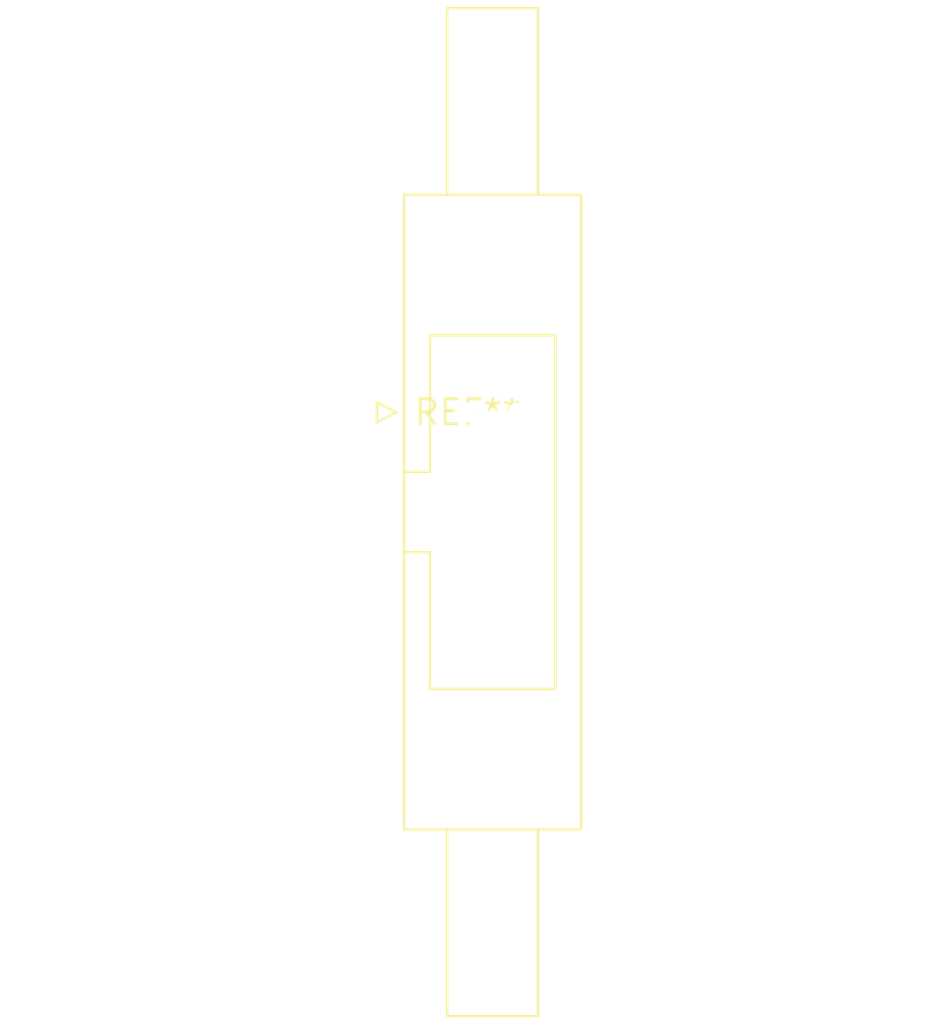
<source format=kicad_pcb>
(kicad_pcb (version 20240108) (generator pcbnew)
  (layers (0 "F.Cu" signal) (31 "B.Cu" signal) (34 "B.Paste" user) (35 "F.Paste" user) (36 "B.SilkS" user "B.Silkscreen") (37 "F.SilkS" user "F.Silkscreen") (38 "B.Mask" user) (39 "F.Mask" user) (44 "Edge.Cuts" user))
  (net 0 "")
  (footprint "IDC-Header_2x05_P2.54mm_Latch9.5mm_Vertical" (layer "F.Cu") (at 0 0)
    (property "Reference" "REF**")
    (property "Value" "IDC-Header_2x05_P2.54mm_Latch9.5mm_Vertical")
    (fp_line (start -4.63 -0.5) (end -4.63 0.5) (layer "F.SilkS") (stroke (width 0.12)))
    (fp_line (start -4.63 0.5) (end -3.63 0) (layer "F.SilkS") (stroke (width 0.12)))
    (fp_line (start -3.63 0) (end -4.63 -0.5) (layer "F.SilkS") (stroke (width 0.12)))
    (fp_line (start -3.24 -11.08) (end 5.78 -11.08) (layer "F.SilkS") (stroke (width 0.12)))
    (fp_line (start -3.24 3.03) (end -1.93 3.03) (layer "F.SilkS") (stroke (width 0.12)))
    (fp_line (start -3.24 21.24) (end -3.24 -11.08) (layer "F.SilkS") (stroke (width 0.12)))
    (fp_line (start -1.93 -3.92) (end 4.47 -3.92) (layer "F.SilkS") (stroke (width 0.12)))
    (fp_line (start -1.93 3.03) (end -1.93 -3.92) (layer "F.SilkS") (stroke (width 0.12)))
    (fp_line (start -1.93 7.13) (end -3.24 7.13) (layer "F.SilkS") (stroke (width 0.12)))
    (fp_line (start -1.93 7.13) (end -1.93 7.13) (layer "F.SilkS") (stroke (width 0.12)))
    (fp_line (start -1.93 14.08) (end -1.93 7.13) (layer "F.SilkS") (stroke (width 0.12)))
    (fp_line (start -1.04 -20.58) (end 3.58 -20.58) (layer "F.SilkS") (stroke (width 0.12)))
    (fp_line (start -1.04 -11.08) (end -1.04 -20.58) (layer "F.SilkS") (stroke (width 0.12)))
    (fp_line (start -1.04 21.24) (end -1.04 30.74) (layer "F.SilkS") (stroke (width 0.12)))
    (fp_line (start -1.04 30.74) (end 3.58 30.74) (layer "F.SilkS") (stroke (width 0.12)))
    (fp_line (start 3.58 -20.58) (end 3.58 -11.08) (layer "F.SilkS") (stroke (width 0.12)))
    (fp_line (start 3.58 30.74) (end 3.58 21.24) (layer "F.SilkS") (stroke (width 0.12)))
    (fp_line (start 4.47 -3.92) (end 4.47 14.08) (layer "F.SilkS") (stroke (width 0.12)))
    (fp_line (start 4.47 14.08) (end -1.93 14.08) (layer "F.SilkS") (stroke (width 0.12)))
    (fp_line (start 5.78 -11.08) (end 5.78 21.24) (layer "F.SilkS") (stroke (width 0.12)))
    (fp_line (start 5.78 21.24) (end -3.24 21.24) (layer "F.SilkS") (stroke (width 0.12)))
    (pad "1" thru_hole roundrect (at 0 0) (size 1.7 1.7) (drill 1) (layers *.Cu *.Mask) (remove_unused_layers) (roundrect_rratio 0.147059))
    (pad "2" thru_hole circle (at 2.54 0) (size 1.7 1.7) (drill 1) (layers *.Cu *.Mask) (remove_unused_layers))
    (pad "3" thru_hole circle (at 0 2.54) (size 1.7 1.7) (drill 1) (layers *.Cu *.Mask) (remove_unused_layers))
    (pad "4" thru_hole circle (at 2.54 2.54) (size 1.7 1.7) (drill 1) (layers *.Cu *.Mask) (remove_unused_layers))
    (pad "5" thru_hole circle (at 0 5.08) (size 1.7 1.7) (drill 1) (layers *.Cu *.Mask) (remove_unused_layers))
    (pad "6" thru_hole circle (at 2.54 5.08) (size 1.7 1.7) (drill 1) (layers *.Cu *.Mask) (remove_unused_layers))
    (pad "7" thru_hole circle (at 0 7.62) (size 1.7 1.7) (drill 1) (layers *.Cu *.Mask) (remove_unused_layers))
    (pad "8" thru_hole circle (at 2.54 7.62) (size 1.7 1.7) (drill 1) (layers *.Cu *.Mask) (remove_unused_layers))
    (pad "9" thru_hole circle (at 0 10.16) (size 1.7 1.7) (drill 1) (layers *.Cu *.Mask) (remove_unused_layers))
    (pad "10" thru_hole circle (at 2.54 10.16) (size 1.7 1.7) (drill 1) (layers *.Cu *.Mask) (remove_unused_layers))
  )
)
</source>
